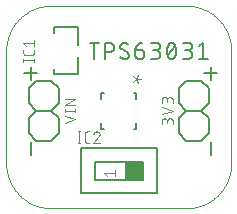
<source format=gto>
G04 EAGLE Gerber X2 export*
%TF.Part,Single*%
%TF.FileFunction,Other,Silk top*%
%TF.FilePolarity,Positive*%
%TF.GenerationSoftware,Autodesk,EAGLE,9.0.0*%
%TF.CreationDate,2018-05-03T06:21:48Z*%
G75*
%MOMM*%
%FSLAX35Y35*%
%LPD*%
%AMOC8*
5,1,8,0,0,1.08239X$1,22.5*%
G01*
%ADD10C,0.127000*%
%ADD11C,0.100000*%
%ADD12C,0.152400*%
%ADD13C,0.076200*%
%ADD14C,0.050800*%
%ADD15R,1.524000X1.524000*%


D10*
X1314500Y1836350D02*
X1314500Y1973650D01*
X1276362Y1973650D02*
X1352639Y1973650D01*
X1408920Y1973650D02*
X1408920Y1836350D01*
X1408920Y1973650D02*
X1447058Y1973650D01*
X1447987Y1973639D01*
X1448915Y1973605D01*
X1449842Y1973548D01*
X1450767Y1973469D01*
X1451691Y1973368D01*
X1452611Y1973244D01*
X1453528Y1973097D01*
X1454442Y1972928D01*
X1455351Y1972738D01*
X1456255Y1972525D01*
X1457153Y1972290D01*
X1458046Y1972033D01*
X1458932Y1971755D01*
X1459811Y1971455D01*
X1460682Y1971133D01*
X1461546Y1970791D01*
X1462401Y1970428D01*
X1463246Y1970044D01*
X1464082Y1969639D01*
X1464908Y1969215D01*
X1465724Y1968770D01*
X1466528Y1968306D01*
X1467321Y1967822D01*
X1468102Y1967319D01*
X1468870Y1966797D01*
X1469626Y1966257D01*
X1470368Y1965698D01*
X1471096Y1965121D01*
X1471810Y1964527D01*
X1472509Y1963916D01*
X1473193Y1963288D01*
X1473862Y1962643D01*
X1474514Y1961982D01*
X1475151Y1961306D01*
X1475771Y1960614D01*
X1476373Y1959907D01*
X1476959Y1959186D01*
X1477526Y1958451D01*
X1478076Y1957703D01*
X1478607Y1956941D01*
X1479120Y1956166D01*
X1479613Y1955379D01*
X1480087Y1954581D01*
X1480542Y1953771D01*
X1480977Y1952950D01*
X1481391Y1952119D01*
X1481785Y1951278D01*
X1482159Y1950427D01*
X1482512Y1949568D01*
X1482844Y1948701D01*
X1483154Y1947825D01*
X1483443Y1946943D01*
X1483711Y1946053D01*
X1483957Y1945158D01*
X1484181Y1944256D01*
X1484383Y1943350D01*
X1484563Y1942438D01*
X1484720Y1941523D01*
X1484855Y1940604D01*
X1484968Y1939682D01*
X1485059Y1938758D01*
X1485126Y1937832D01*
X1485172Y1936904D01*
X1485194Y1935975D01*
X1485194Y1935047D01*
X1485172Y1934118D01*
X1485126Y1933190D01*
X1485059Y1932264D01*
X1484968Y1931340D01*
X1484855Y1930418D01*
X1484720Y1929499D01*
X1484563Y1928584D01*
X1484383Y1927672D01*
X1484181Y1926766D01*
X1483957Y1925864D01*
X1483711Y1924969D01*
X1483443Y1924079D01*
X1483154Y1923197D01*
X1482844Y1922321D01*
X1482512Y1921454D01*
X1482159Y1920595D01*
X1481785Y1919744D01*
X1481391Y1918903D01*
X1480977Y1918072D01*
X1480542Y1917251D01*
X1480087Y1916442D01*
X1479613Y1915643D01*
X1479120Y1914856D01*
X1478607Y1914081D01*
X1478076Y1913319D01*
X1477526Y1912571D01*
X1476959Y1911836D01*
X1476373Y1911115D01*
X1475771Y1910408D01*
X1475151Y1909716D01*
X1474514Y1909040D01*
X1473862Y1908379D01*
X1473193Y1907734D01*
X1472509Y1907106D01*
X1471810Y1906495D01*
X1471096Y1905901D01*
X1470368Y1905324D01*
X1469626Y1904765D01*
X1468870Y1904225D01*
X1468102Y1903703D01*
X1467321Y1903200D01*
X1466528Y1902716D01*
X1465724Y1902252D01*
X1464908Y1901807D01*
X1464082Y1901383D01*
X1463246Y1900978D01*
X1462401Y1900594D01*
X1461546Y1900231D01*
X1460682Y1899889D01*
X1459811Y1899567D01*
X1458932Y1899267D01*
X1458046Y1898989D01*
X1457153Y1898732D01*
X1456255Y1898497D01*
X1455351Y1898284D01*
X1454442Y1898094D01*
X1453528Y1897925D01*
X1452611Y1897778D01*
X1451691Y1897654D01*
X1450767Y1897553D01*
X1449842Y1897474D01*
X1448915Y1897417D01*
X1447987Y1897383D01*
X1447058Y1897372D01*
X1408920Y1897372D01*
X1578628Y1836350D02*
X1579377Y1836359D01*
X1580125Y1836387D01*
X1580873Y1836433D01*
X1581619Y1836497D01*
X1582363Y1836579D01*
X1583105Y1836680D01*
X1583844Y1836799D01*
X1584581Y1836936D01*
X1585313Y1837091D01*
X1586042Y1837264D01*
X1586766Y1837455D01*
X1587485Y1837664D01*
X1588199Y1837890D01*
X1588907Y1838134D01*
X1589609Y1838395D01*
X1590304Y1838673D01*
X1590993Y1838968D01*
X1591673Y1839279D01*
X1592346Y1839608D01*
X1593011Y1839953D01*
X1593667Y1840314D01*
X1594314Y1840691D01*
X1594951Y1841084D01*
X1595579Y1841492D01*
X1596197Y1841916D01*
X1596804Y1842354D01*
X1597399Y1842808D01*
X1597984Y1843276D01*
X1598557Y1843758D01*
X1599118Y1844254D01*
X1599667Y1844764D01*
X1600203Y1845287D01*
X1600726Y1845823D01*
X1601235Y1846371D01*
X1601731Y1846932D01*
X1602213Y1847505D01*
X1602681Y1848090D01*
X1603135Y1848686D01*
X1603573Y1849293D01*
X1603997Y1849910D01*
X1604405Y1850538D01*
X1604798Y1851175D01*
X1605175Y1851822D01*
X1605536Y1852478D01*
X1605881Y1853143D01*
X1606210Y1853816D01*
X1606521Y1854497D01*
X1606817Y1855185D01*
X1607095Y1855880D01*
X1607355Y1856582D01*
X1607599Y1857290D01*
X1607825Y1858004D01*
X1608034Y1858723D01*
X1608225Y1859447D01*
X1608398Y1860176D01*
X1608553Y1860909D01*
X1608690Y1861645D01*
X1608809Y1862384D01*
X1608910Y1863126D01*
X1608992Y1863870D01*
X1609056Y1864616D01*
X1609102Y1865364D01*
X1609130Y1866112D01*
X1609139Y1866861D01*
X1578628Y1836350D02*
X1577086Y1836368D01*
X1575544Y1836424D01*
X1574005Y1836516D01*
X1572468Y1836645D01*
X1570935Y1836811D01*
X1569406Y1837013D01*
X1567883Y1837252D01*
X1566365Y1837527D01*
X1564855Y1837839D01*
X1563353Y1838186D01*
X1561859Y1838569D01*
X1560375Y1838988D01*
X1558901Y1839443D01*
X1557439Y1839932D01*
X1555988Y1840457D01*
X1554551Y1841016D01*
X1553128Y1841609D01*
X1551719Y1842236D01*
X1550325Y1842896D01*
X1548948Y1843590D01*
X1547587Y1844316D01*
X1546245Y1845075D01*
X1544921Y1845866D01*
X1543616Y1846688D01*
X1542332Y1847541D01*
X1541068Y1848425D01*
X1539825Y1849338D01*
X1538605Y1850281D01*
X1537408Y1851253D01*
X1536234Y1852254D01*
X1535085Y1853282D01*
X1533960Y1854337D01*
X1532861Y1855419D01*
X1536675Y1943139D02*
X1536684Y1943876D01*
X1536711Y1944613D01*
X1536755Y1945349D01*
X1536817Y1946084D01*
X1536897Y1946817D01*
X1536995Y1947548D01*
X1537111Y1948276D01*
X1537243Y1949001D01*
X1537394Y1949723D01*
X1537562Y1950441D01*
X1537747Y1951154D01*
X1537949Y1951863D01*
X1538168Y1952567D01*
X1538405Y1953266D01*
X1538658Y1953958D01*
X1538927Y1954645D01*
X1539214Y1955324D01*
X1539516Y1955996D01*
X1539835Y1956661D01*
X1540170Y1957318D01*
X1540520Y1957967D01*
X1540886Y1958607D01*
X1541268Y1959238D01*
X1541664Y1959859D01*
X1542076Y1960471D01*
X1542502Y1961073D01*
X1542943Y1961664D01*
X1543397Y1962245D01*
X1543866Y1962814D01*
X1544348Y1963372D01*
X1544844Y1963917D01*
X1545352Y1964451D01*
X1545874Y1964973D01*
X1546408Y1965481D01*
X1546953Y1965977D01*
X1547511Y1966459D01*
X1548080Y1966928D01*
X1548661Y1967382D01*
X1549252Y1967823D01*
X1549854Y1968249D01*
X1550466Y1968661D01*
X1551087Y1969057D01*
X1551718Y1969439D01*
X1552358Y1969805D01*
X1553007Y1970155D01*
X1553664Y1970490D01*
X1554329Y1970809D01*
X1555001Y1971111D01*
X1555680Y1971398D01*
X1556367Y1971667D01*
X1557059Y1971920D01*
X1557758Y1972157D01*
X1558462Y1972376D01*
X1559171Y1972578D01*
X1559884Y1972763D01*
X1560602Y1972931D01*
X1561324Y1973082D01*
X1562049Y1973214D01*
X1562777Y1973330D01*
X1563508Y1973428D01*
X1564241Y1973508D01*
X1564976Y1973570D01*
X1565712Y1973614D01*
X1566449Y1973641D01*
X1567186Y1973650D01*
X1567186Y1973651D02*
X1568549Y1973635D01*
X1569912Y1973586D01*
X1571273Y1973505D01*
X1572632Y1973391D01*
X1573987Y1973245D01*
X1575339Y1973067D01*
X1576686Y1972857D01*
X1578028Y1972614D01*
X1579363Y1972340D01*
X1580692Y1972034D01*
X1582013Y1971696D01*
X1583326Y1971327D01*
X1584629Y1970927D01*
X1585923Y1970496D01*
X1587205Y1970034D01*
X1588477Y1969542D01*
X1589736Y1969019D01*
X1590983Y1968467D01*
X1592216Y1967885D01*
X1593435Y1967274D01*
X1594639Y1966634D01*
X1595827Y1965965D01*
X1596999Y1965269D01*
X1598154Y1964544D01*
X1599292Y1963793D01*
X1600411Y1963014D01*
X1601511Y1962209D01*
X1551930Y1916442D02*
X1551290Y1916829D01*
X1550660Y1917232D01*
X1550040Y1917650D01*
X1549429Y1918083D01*
X1548830Y1918531D01*
X1548241Y1918993D01*
X1547664Y1919469D01*
X1547098Y1919958D01*
X1546544Y1920462D01*
X1546003Y1920978D01*
X1545474Y1921508D01*
X1544958Y1922050D01*
X1544456Y1922604D01*
X1543967Y1923170D01*
X1543492Y1923748D01*
X1543031Y1924337D01*
X1542584Y1924938D01*
X1542152Y1925549D01*
X1541734Y1926170D01*
X1541332Y1926801D01*
X1540945Y1927441D01*
X1540574Y1928091D01*
X1540219Y1928749D01*
X1539879Y1929416D01*
X1539556Y1930091D01*
X1539249Y1930773D01*
X1538959Y1931463D01*
X1538685Y1932159D01*
X1538429Y1932862D01*
X1538189Y1933571D01*
X1537967Y1934285D01*
X1537762Y1935005D01*
X1537574Y1935729D01*
X1537404Y1936458D01*
X1537251Y1937190D01*
X1537117Y1937926D01*
X1537000Y1938665D01*
X1536901Y1939407D01*
X1536819Y1940151D01*
X1536756Y1940896D01*
X1536711Y1941643D01*
X1536684Y1942391D01*
X1536675Y1943139D01*
X1593884Y1893558D02*
X1594524Y1893171D01*
X1595154Y1892768D01*
X1595774Y1892350D01*
X1596385Y1891917D01*
X1596984Y1891469D01*
X1597573Y1891007D01*
X1598150Y1890531D01*
X1598716Y1890042D01*
X1599270Y1889538D01*
X1599811Y1889022D01*
X1600340Y1888492D01*
X1600856Y1887950D01*
X1601358Y1887396D01*
X1601847Y1886830D01*
X1602322Y1886252D01*
X1602783Y1885663D01*
X1603230Y1885062D01*
X1603662Y1884451D01*
X1604080Y1883830D01*
X1604482Y1883199D01*
X1604869Y1882559D01*
X1605240Y1881909D01*
X1605595Y1881251D01*
X1605935Y1880584D01*
X1606258Y1879909D01*
X1606565Y1879227D01*
X1606855Y1878537D01*
X1607129Y1877841D01*
X1607385Y1877138D01*
X1607625Y1876429D01*
X1607847Y1875715D01*
X1608052Y1874995D01*
X1608240Y1874271D01*
X1608410Y1873542D01*
X1608563Y1872810D01*
X1608697Y1872074D01*
X1608814Y1871335D01*
X1608913Y1870593D01*
X1608995Y1869849D01*
X1609058Y1869104D01*
X1609103Y1868357D01*
X1609130Y1867609D01*
X1609139Y1866861D01*
X1593883Y1893558D02*
X1551931Y1916442D01*
X1663361Y1912628D02*
X1709128Y1912628D01*
X1709865Y1912619D01*
X1710602Y1912592D01*
X1711338Y1912548D01*
X1712073Y1912486D01*
X1712806Y1912406D01*
X1713537Y1912308D01*
X1714265Y1912192D01*
X1714990Y1912060D01*
X1715712Y1911909D01*
X1716430Y1911741D01*
X1717143Y1911556D01*
X1717852Y1911354D01*
X1718556Y1911135D01*
X1719255Y1910898D01*
X1719947Y1910645D01*
X1720634Y1910376D01*
X1721313Y1910089D01*
X1721985Y1909787D01*
X1722650Y1909468D01*
X1723307Y1909133D01*
X1723956Y1908783D01*
X1724596Y1908417D01*
X1725227Y1908035D01*
X1725848Y1907639D01*
X1726460Y1907227D01*
X1727062Y1906801D01*
X1727653Y1906360D01*
X1728234Y1905906D01*
X1728803Y1905437D01*
X1729361Y1904955D01*
X1729906Y1904459D01*
X1730440Y1903951D01*
X1730962Y1903429D01*
X1731470Y1902895D01*
X1731966Y1902350D01*
X1732448Y1901792D01*
X1732917Y1901223D01*
X1733371Y1900642D01*
X1733812Y1900051D01*
X1734238Y1899449D01*
X1734650Y1898837D01*
X1735046Y1898216D01*
X1735428Y1897585D01*
X1735794Y1896945D01*
X1736144Y1896296D01*
X1736479Y1895639D01*
X1736798Y1894974D01*
X1737100Y1894302D01*
X1737387Y1893623D01*
X1737656Y1892936D01*
X1737909Y1892244D01*
X1738146Y1891545D01*
X1738365Y1890841D01*
X1738567Y1890132D01*
X1738752Y1889419D01*
X1738920Y1888701D01*
X1739071Y1887979D01*
X1739203Y1887254D01*
X1739319Y1886526D01*
X1739417Y1885795D01*
X1739497Y1885062D01*
X1739559Y1884327D01*
X1739603Y1883591D01*
X1739630Y1882854D01*
X1739639Y1882117D01*
X1739639Y1874489D01*
X1739628Y1873560D01*
X1739594Y1872632D01*
X1739537Y1871705D01*
X1739458Y1870780D01*
X1739357Y1869856D01*
X1739233Y1868936D01*
X1739086Y1868019D01*
X1738917Y1867105D01*
X1738727Y1866196D01*
X1738514Y1865292D01*
X1738279Y1864394D01*
X1738022Y1863501D01*
X1737744Y1862615D01*
X1737444Y1861736D01*
X1737122Y1860865D01*
X1736780Y1860001D01*
X1736417Y1859146D01*
X1736033Y1858301D01*
X1735628Y1857465D01*
X1735204Y1856639D01*
X1734759Y1855823D01*
X1734295Y1855019D01*
X1733811Y1854226D01*
X1733308Y1853445D01*
X1732786Y1852677D01*
X1732246Y1851921D01*
X1731687Y1851179D01*
X1731110Y1850451D01*
X1730516Y1849737D01*
X1729905Y1849038D01*
X1729277Y1848354D01*
X1728632Y1847685D01*
X1727971Y1847033D01*
X1727295Y1846396D01*
X1726603Y1845776D01*
X1725896Y1845174D01*
X1725175Y1844588D01*
X1724440Y1844021D01*
X1723692Y1843471D01*
X1722930Y1842940D01*
X1722155Y1842427D01*
X1721368Y1841934D01*
X1720570Y1841460D01*
X1719760Y1841005D01*
X1718939Y1840570D01*
X1718108Y1840156D01*
X1717267Y1839762D01*
X1716416Y1839388D01*
X1715557Y1839035D01*
X1714690Y1838703D01*
X1713814Y1838393D01*
X1712932Y1838104D01*
X1712042Y1837836D01*
X1711147Y1837590D01*
X1710245Y1837366D01*
X1709339Y1837164D01*
X1708427Y1836984D01*
X1707512Y1836827D01*
X1706593Y1836692D01*
X1705671Y1836579D01*
X1704747Y1836488D01*
X1703821Y1836421D01*
X1702893Y1836375D01*
X1701964Y1836353D01*
X1701036Y1836353D01*
X1700107Y1836375D01*
X1699179Y1836421D01*
X1698253Y1836488D01*
X1697329Y1836579D01*
X1696407Y1836692D01*
X1695488Y1836827D01*
X1694573Y1836984D01*
X1693661Y1837164D01*
X1692755Y1837366D01*
X1691853Y1837590D01*
X1690958Y1837836D01*
X1690068Y1838104D01*
X1689186Y1838393D01*
X1688310Y1838703D01*
X1687443Y1839035D01*
X1686584Y1839388D01*
X1685733Y1839762D01*
X1684892Y1840156D01*
X1684061Y1840570D01*
X1683240Y1841005D01*
X1682431Y1841460D01*
X1681632Y1841934D01*
X1680845Y1842427D01*
X1680070Y1842940D01*
X1679308Y1843471D01*
X1678560Y1844021D01*
X1677825Y1844588D01*
X1677104Y1845174D01*
X1676397Y1845776D01*
X1675705Y1846396D01*
X1675029Y1847033D01*
X1674368Y1847685D01*
X1673723Y1848354D01*
X1673095Y1849038D01*
X1672484Y1849737D01*
X1671890Y1850451D01*
X1671313Y1851179D01*
X1670754Y1851921D01*
X1670214Y1852677D01*
X1669692Y1853445D01*
X1669189Y1854226D01*
X1668705Y1855019D01*
X1668241Y1855823D01*
X1667796Y1856639D01*
X1667372Y1857465D01*
X1666967Y1858301D01*
X1666583Y1859146D01*
X1666220Y1860001D01*
X1665878Y1860865D01*
X1665556Y1861736D01*
X1665256Y1862615D01*
X1664978Y1863501D01*
X1664721Y1864394D01*
X1664486Y1865292D01*
X1664273Y1866196D01*
X1664083Y1867105D01*
X1663914Y1868019D01*
X1663767Y1868936D01*
X1663643Y1869856D01*
X1663542Y1870780D01*
X1663463Y1871705D01*
X1663406Y1872632D01*
X1663372Y1873560D01*
X1663361Y1874489D01*
X1663361Y1912628D01*
X1663379Y1914126D01*
X1663435Y1915622D01*
X1663526Y1917117D01*
X1663655Y1918609D01*
X1663820Y1920098D01*
X1664021Y1921582D01*
X1664259Y1923061D01*
X1664534Y1924533D01*
X1664844Y1925998D01*
X1665190Y1927455D01*
X1665571Y1928904D01*
X1665989Y1930342D01*
X1666441Y1931770D01*
X1666928Y1933186D01*
X1667450Y1934590D01*
X1668006Y1935980D01*
X1668596Y1937357D01*
X1669220Y1938719D01*
X1669877Y1940065D01*
X1670566Y1941394D01*
X1671289Y1942706D01*
X1672043Y1944000D01*
X1672828Y1945275D01*
X1673645Y1946530D01*
X1674492Y1947765D01*
X1675370Y1948979D01*
X1676277Y1950171D01*
X1677212Y1951340D01*
X1678177Y1952486D01*
X1679169Y1953608D01*
X1680188Y1954706D01*
X1681234Y1955778D01*
X1682306Y1956824D01*
X1683403Y1957843D01*
X1684525Y1958835D01*
X1685671Y1959799D01*
X1686841Y1960735D01*
X1688032Y1961642D01*
X1689246Y1962519D01*
X1690481Y1963367D01*
X1691737Y1964183D01*
X1693012Y1964969D01*
X1694306Y1965723D01*
X1695618Y1966445D01*
X1696947Y1967135D01*
X1698293Y1967792D01*
X1699655Y1968416D01*
X1701031Y1969006D01*
X1702422Y1969562D01*
X1703826Y1970084D01*
X1705242Y1970571D01*
X1706670Y1971023D01*
X1708108Y1971440D01*
X1709556Y1971822D01*
X1711014Y1972168D01*
X1712479Y1972478D01*
X1713951Y1972753D01*
X1715430Y1972990D01*
X1716914Y1973192D01*
X1718402Y1973357D01*
X1719895Y1973486D01*
X1721389Y1973577D01*
X1722886Y1973633D01*
X1724384Y1973651D01*
X1798361Y1836350D02*
X1836500Y1836350D01*
X1837429Y1836361D01*
X1838357Y1836395D01*
X1839284Y1836452D01*
X1840209Y1836531D01*
X1841133Y1836632D01*
X1842053Y1836756D01*
X1842970Y1836903D01*
X1843884Y1837072D01*
X1844793Y1837262D01*
X1845697Y1837475D01*
X1846595Y1837710D01*
X1847488Y1837967D01*
X1848374Y1838245D01*
X1849253Y1838545D01*
X1850124Y1838867D01*
X1850988Y1839209D01*
X1851843Y1839572D01*
X1852688Y1839956D01*
X1853524Y1840361D01*
X1854350Y1840785D01*
X1855166Y1841230D01*
X1855970Y1841694D01*
X1856763Y1842178D01*
X1857544Y1842681D01*
X1858312Y1843203D01*
X1859068Y1843743D01*
X1859810Y1844302D01*
X1860538Y1844879D01*
X1861252Y1845473D01*
X1861951Y1846084D01*
X1862635Y1846712D01*
X1863304Y1847357D01*
X1863956Y1848018D01*
X1864593Y1848694D01*
X1865213Y1849386D01*
X1865815Y1850093D01*
X1866401Y1850814D01*
X1866968Y1851549D01*
X1867518Y1852297D01*
X1868049Y1853059D01*
X1868562Y1853834D01*
X1869055Y1854621D01*
X1869529Y1855420D01*
X1869984Y1856229D01*
X1870419Y1857050D01*
X1870833Y1857881D01*
X1871227Y1858722D01*
X1871601Y1859573D01*
X1871954Y1860432D01*
X1872286Y1861299D01*
X1872596Y1862175D01*
X1872885Y1863057D01*
X1873153Y1863947D01*
X1873399Y1864842D01*
X1873623Y1865744D01*
X1873825Y1866650D01*
X1874005Y1867562D01*
X1874162Y1868477D01*
X1874297Y1869396D01*
X1874410Y1870318D01*
X1874501Y1871242D01*
X1874568Y1872168D01*
X1874614Y1873096D01*
X1874636Y1874025D01*
X1874636Y1874953D01*
X1874614Y1875882D01*
X1874568Y1876810D01*
X1874501Y1877736D01*
X1874410Y1878660D01*
X1874297Y1879582D01*
X1874162Y1880501D01*
X1874005Y1881416D01*
X1873825Y1882328D01*
X1873623Y1883234D01*
X1873399Y1884136D01*
X1873153Y1885031D01*
X1872885Y1885921D01*
X1872596Y1886803D01*
X1872286Y1887679D01*
X1871954Y1888546D01*
X1871601Y1889405D01*
X1871227Y1890256D01*
X1870833Y1891097D01*
X1870419Y1891928D01*
X1869984Y1892749D01*
X1869529Y1893559D01*
X1869055Y1894357D01*
X1868562Y1895144D01*
X1868049Y1895919D01*
X1867518Y1896681D01*
X1866968Y1897429D01*
X1866401Y1898164D01*
X1865815Y1898885D01*
X1865213Y1899592D01*
X1864593Y1900284D01*
X1863956Y1900960D01*
X1863304Y1901621D01*
X1862635Y1902266D01*
X1861951Y1902894D01*
X1861252Y1903505D01*
X1860538Y1904099D01*
X1859810Y1904676D01*
X1859068Y1905235D01*
X1858312Y1905775D01*
X1857544Y1906297D01*
X1856763Y1906800D01*
X1855970Y1907284D01*
X1855166Y1907748D01*
X1854350Y1908193D01*
X1853524Y1908617D01*
X1852688Y1909022D01*
X1851843Y1909406D01*
X1850988Y1909769D01*
X1850124Y1910111D01*
X1849253Y1910433D01*
X1848374Y1910733D01*
X1847488Y1911011D01*
X1846595Y1911268D01*
X1845697Y1911503D01*
X1844793Y1911716D01*
X1843884Y1911906D01*
X1842970Y1912075D01*
X1842053Y1912222D01*
X1841133Y1912346D01*
X1840209Y1912447D01*
X1839284Y1912526D01*
X1838357Y1912583D01*
X1837429Y1912617D01*
X1836500Y1912628D01*
X1844128Y1973650D02*
X1798361Y1973650D01*
X1844128Y1973650D02*
X1844871Y1973641D01*
X1845614Y1973614D01*
X1846355Y1973569D01*
X1847095Y1973505D01*
X1847834Y1973424D01*
X1848570Y1973325D01*
X1849304Y1973208D01*
X1850035Y1973073D01*
X1850762Y1972920D01*
X1851485Y1972750D01*
X1852204Y1972562D01*
X1852918Y1972356D01*
X1853627Y1972134D01*
X1854330Y1971894D01*
X1855027Y1971637D01*
X1855718Y1971363D01*
X1856402Y1971072D01*
X1857079Y1970765D01*
X1857747Y1970442D01*
X1858408Y1970102D01*
X1859061Y1969746D01*
X1859704Y1969375D01*
X1860338Y1968988D01*
X1860963Y1968585D01*
X1861578Y1968168D01*
X1862182Y1967735D01*
X1862776Y1967288D01*
X1863358Y1966827D01*
X1863929Y1966352D01*
X1864489Y1965863D01*
X1865036Y1965360D01*
X1865571Y1964844D01*
X1866093Y1964316D01*
X1866602Y1963775D01*
X1867098Y1963221D01*
X1867580Y1962656D01*
X1868048Y1962079D01*
X1868503Y1961491D01*
X1868942Y1960892D01*
X1869367Y1960283D01*
X1869777Y1959663D01*
X1870172Y1959033D01*
X1870551Y1958395D01*
X1870915Y1957747D01*
X1871263Y1957090D01*
X1871594Y1956425D01*
X1871910Y1955752D01*
X1872209Y1955072D01*
X1872491Y1954385D01*
X1872756Y1953691D01*
X1873005Y1952990D01*
X1873236Y1952284D01*
X1873450Y1951573D01*
X1873647Y1950856D01*
X1873826Y1950135D01*
X1873988Y1949410D01*
X1874131Y1948681D01*
X1874258Y1947949D01*
X1874366Y1947214D01*
X1874456Y1946476D01*
X1874528Y1945737D01*
X1874582Y1944995D01*
X1874619Y1944253D01*
X1874637Y1943511D01*
X1874637Y1942767D01*
X1874619Y1942025D01*
X1874582Y1941283D01*
X1874528Y1940541D01*
X1874456Y1939802D01*
X1874366Y1939064D01*
X1874258Y1938329D01*
X1874131Y1937597D01*
X1873988Y1936868D01*
X1873826Y1936143D01*
X1873647Y1935422D01*
X1873450Y1934705D01*
X1873236Y1933994D01*
X1873005Y1933288D01*
X1872756Y1932587D01*
X1872491Y1931893D01*
X1872209Y1931206D01*
X1871910Y1930526D01*
X1871594Y1929853D01*
X1871263Y1929188D01*
X1870915Y1928531D01*
X1870551Y1927884D01*
X1870172Y1927245D01*
X1869777Y1926615D01*
X1869367Y1925995D01*
X1868942Y1925386D01*
X1868503Y1924787D01*
X1868048Y1924199D01*
X1867580Y1923622D01*
X1867098Y1923057D01*
X1866602Y1922503D01*
X1866093Y1921962D01*
X1865571Y1921434D01*
X1865036Y1920918D01*
X1864489Y1920415D01*
X1863929Y1919926D01*
X1863358Y1919451D01*
X1862776Y1918990D01*
X1862182Y1918543D01*
X1861578Y1918110D01*
X1860963Y1917693D01*
X1860338Y1917290D01*
X1859704Y1916903D01*
X1859061Y1916532D01*
X1858408Y1916176D01*
X1857747Y1915836D01*
X1857079Y1915513D01*
X1856402Y1915206D01*
X1855718Y1914915D01*
X1855027Y1914641D01*
X1854330Y1914384D01*
X1853627Y1914144D01*
X1852918Y1913922D01*
X1852204Y1913716D01*
X1851485Y1913528D01*
X1850762Y1913358D01*
X1850035Y1913205D01*
X1849304Y1913070D01*
X1848570Y1912953D01*
X1847834Y1912854D01*
X1847095Y1912773D01*
X1846355Y1912709D01*
X1845614Y1912664D01*
X1844871Y1912637D01*
X1844128Y1912628D01*
X1813617Y1912628D01*
X1933362Y1905000D02*
X1933394Y1907701D01*
X1933491Y1910400D01*
X1933652Y1913097D01*
X1933878Y1915788D01*
X1934167Y1918474D01*
X1934521Y1921152D01*
X1934938Y1923820D01*
X1935419Y1926478D01*
X1935964Y1929124D01*
X1936571Y1931756D01*
X1937241Y1934372D01*
X1937973Y1936972D01*
X1938768Y1939554D01*
X1939623Y1942116D01*
X1940540Y1944657D01*
X1941516Y1947175D01*
X1942553Y1949669D01*
X1943649Y1952138D01*
X1944804Y1954580D01*
X1944803Y1954581D02*
X1945033Y1955227D01*
X1945279Y1955868D01*
X1945541Y1956503D01*
X1945818Y1957131D01*
X1946110Y1957752D01*
X1946418Y1958366D01*
X1946740Y1958972D01*
X1947076Y1959570D01*
X1947428Y1960160D01*
X1947793Y1960741D01*
X1948172Y1961313D01*
X1948566Y1961876D01*
X1948973Y1962429D01*
X1949393Y1962971D01*
X1949826Y1963504D01*
X1950272Y1964026D01*
X1950731Y1964536D01*
X1951202Y1965036D01*
X1951684Y1965524D01*
X1952179Y1966000D01*
X1952685Y1966464D01*
X1953202Y1966915D01*
X1953730Y1967354D01*
X1954269Y1967779D01*
X1954818Y1968192D01*
X1955376Y1968591D01*
X1955944Y1968976D01*
X1956522Y1969347D01*
X1957108Y1969705D01*
X1957703Y1970048D01*
X1958306Y1970376D01*
X1958916Y1970689D01*
X1959534Y1970988D01*
X1960160Y1971271D01*
X1960791Y1971540D01*
X1961430Y1971792D01*
X1962074Y1972029D01*
X1962724Y1972251D01*
X1963379Y1972456D01*
X1964038Y1972646D01*
X1964703Y1972819D01*
X1965371Y1972976D01*
X1966043Y1973117D01*
X1966718Y1973242D01*
X1967396Y1973350D01*
X1968076Y1973442D01*
X1968758Y1973517D01*
X1969442Y1973575D01*
X1970128Y1973617D01*
X1970814Y1973642D01*
X1971500Y1973650D01*
X1971500Y1973651D02*
X1972186Y1973643D01*
X1972872Y1973618D01*
X1973558Y1973576D01*
X1974242Y1973518D01*
X1974924Y1973443D01*
X1975604Y1973351D01*
X1976282Y1973243D01*
X1976957Y1973118D01*
X1977629Y1972977D01*
X1978297Y1972820D01*
X1978962Y1972647D01*
X1979621Y1972457D01*
X1980276Y1972252D01*
X1980926Y1972030D01*
X1981570Y1971793D01*
X1982209Y1971540D01*
X1982841Y1971272D01*
X1983466Y1970989D01*
X1984084Y1970690D01*
X1984695Y1970377D01*
X1985298Y1970048D01*
X1985892Y1969706D01*
X1986478Y1969348D01*
X1987056Y1968977D01*
X1987624Y1968592D01*
X1988183Y1968193D01*
X1988731Y1967780D01*
X1989270Y1967354D01*
X1989798Y1966916D01*
X1990315Y1966464D01*
X1990821Y1966001D01*
X1991316Y1965525D01*
X1991799Y1965037D01*
X1992270Y1964537D01*
X1992728Y1964026D01*
X1993174Y1963505D01*
X1993608Y1962972D01*
X1994028Y1962429D01*
X1994435Y1961876D01*
X1994828Y1961314D01*
X1995207Y1960742D01*
X1995573Y1960160D01*
X1995924Y1959571D01*
X1996261Y1958972D01*
X1996583Y1958366D01*
X1996890Y1957752D01*
X1997182Y1957131D01*
X1997459Y1956503D01*
X1997721Y1955868D01*
X1997967Y1955228D01*
X1998198Y1954581D01*
X1998197Y1954580D02*
X1999352Y1952139D01*
X2000448Y1949670D01*
X2001485Y1947175D01*
X2002461Y1944657D01*
X2003378Y1942116D01*
X2004233Y1939554D01*
X2005028Y1936973D01*
X2005760Y1934373D01*
X2006430Y1931756D01*
X2007037Y1929124D01*
X2007582Y1926478D01*
X2008063Y1923820D01*
X2008480Y1921152D01*
X2008834Y1918474D01*
X2009123Y1915788D01*
X2009349Y1913097D01*
X2009510Y1910400D01*
X2009607Y1907701D01*
X2009639Y1905000D01*
X1933361Y1905000D02*
X1933393Y1902299D01*
X1933490Y1899600D01*
X1933651Y1896903D01*
X1933877Y1894212D01*
X1934166Y1891526D01*
X1934520Y1888848D01*
X1934937Y1886180D01*
X1935418Y1883522D01*
X1935963Y1880876D01*
X1936570Y1878244D01*
X1937240Y1875627D01*
X1937972Y1873027D01*
X1938767Y1870445D01*
X1939622Y1867883D01*
X1940539Y1865343D01*
X1941515Y1862824D01*
X1942552Y1860330D01*
X1943648Y1857861D01*
X1944803Y1855419D01*
X1945033Y1854773D01*
X1945279Y1854132D01*
X1945541Y1853497D01*
X1945818Y1852869D01*
X1946110Y1852248D01*
X1946418Y1851634D01*
X1946740Y1851028D01*
X1947077Y1850430D01*
X1947428Y1849840D01*
X1947793Y1849259D01*
X1948173Y1848687D01*
X1948566Y1848124D01*
X1948973Y1847571D01*
X1949393Y1847028D01*
X1949826Y1846496D01*
X1950272Y1845974D01*
X1950731Y1845463D01*
X1951202Y1844964D01*
X1951685Y1844476D01*
X1952179Y1844000D01*
X1952685Y1843536D01*
X1953203Y1843085D01*
X1953731Y1842646D01*
X1954269Y1842221D01*
X1954818Y1841808D01*
X1955376Y1841409D01*
X1955945Y1841024D01*
X1956522Y1840652D01*
X1957108Y1840295D01*
X1957703Y1839952D01*
X1958306Y1839624D01*
X1958916Y1839311D01*
X1959534Y1839012D01*
X1960160Y1838729D01*
X1960792Y1838460D01*
X1961430Y1838208D01*
X1962074Y1837971D01*
X1962724Y1837749D01*
X1963379Y1837544D01*
X1964039Y1837354D01*
X1964703Y1837181D01*
X1965371Y1837024D01*
X1966043Y1836883D01*
X1966718Y1836758D01*
X1967396Y1836650D01*
X1968076Y1836558D01*
X1968758Y1836483D01*
X1969442Y1836425D01*
X1970128Y1836383D01*
X1970814Y1836358D01*
X1971500Y1836350D01*
X1998197Y1855419D02*
X1999352Y1857861D01*
X2000448Y1860330D01*
X2001485Y1862824D01*
X2002461Y1865343D01*
X2003378Y1867884D01*
X2004234Y1870446D01*
X2005028Y1873027D01*
X2005760Y1875627D01*
X2006430Y1878244D01*
X2007037Y1880876D01*
X2007582Y1883522D01*
X2008063Y1886180D01*
X2008480Y1888848D01*
X2008834Y1891526D01*
X2009124Y1894212D01*
X2009349Y1896903D01*
X2009510Y1899600D01*
X2009607Y1902299D01*
X2009639Y1905000D01*
X1998197Y1855420D02*
X1997967Y1854773D01*
X1997721Y1854132D01*
X1997459Y1853498D01*
X1997182Y1852870D01*
X1996890Y1852248D01*
X1996583Y1851635D01*
X1996260Y1851028D01*
X1995924Y1850430D01*
X1995573Y1849840D01*
X1995207Y1849259D01*
X1994828Y1848687D01*
X1994434Y1848125D01*
X1994028Y1847572D01*
X1993607Y1847029D01*
X1993174Y1846496D01*
X1992728Y1845974D01*
X1992269Y1845464D01*
X1991799Y1844964D01*
X1991316Y1844476D01*
X1990821Y1844000D01*
X1990315Y1843536D01*
X1989798Y1843085D01*
X1989270Y1842646D01*
X1988731Y1842221D01*
X1988182Y1841808D01*
X1987624Y1841409D01*
X1987056Y1841024D01*
X1986478Y1840653D01*
X1985892Y1840295D01*
X1985297Y1839953D01*
X1984695Y1839624D01*
X1984084Y1839311D01*
X1983466Y1839012D01*
X1982841Y1838729D01*
X1982209Y1838460D01*
X1981570Y1838208D01*
X1980926Y1837971D01*
X1980276Y1837749D01*
X1979621Y1837544D01*
X1978962Y1837354D01*
X1978297Y1837181D01*
X1977629Y1837024D01*
X1976957Y1836883D01*
X1976282Y1836758D01*
X1975604Y1836650D01*
X1974924Y1836558D01*
X1974242Y1836483D01*
X1973558Y1836425D01*
X1972872Y1836383D01*
X1972186Y1836358D01*
X1971500Y1836350D01*
X1940989Y1866861D02*
X2002011Y1943139D01*
X2068361Y1836350D02*
X2106500Y1836350D01*
X2107429Y1836361D01*
X2108357Y1836395D01*
X2109284Y1836452D01*
X2110209Y1836531D01*
X2111133Y1836632D01*
X2112053Y1836756D01*
X2112970Y1836903D01*
X2113884Y1837072D01*
X2114793Y1837262D01*
X2115697Y1837475D01*
X2116595Y1837710D01*
X2117488Y1837967D01*
X2118374Y1838245D01*
X2119253Y1838545D01*
X2120124Y1838867D01*
X2120988Y1839209D01*
X2121843Y1839572D01*
X2122688Y1839956D01*
X2123524Y1840361D01*
X2124350Y1840785D01*
X2125166Y1841230D01*
X2125970Y1841694D01*
X2126763Y1842178D01*
X2127544Y1842681D01*
X2128312Y1843203D01*
X2129068Y1843743D01*
X2129810Y1844302D01*
X2130538Y1844879D01*
X2131252Y1845473D01*
X2131951Y1846084D01*
X2132635Y1846712D01*
X2133304Y1847357D01*
X2133956Y1848018D01*
X2134593Y1848694D01*
X2135213Y1849386D01*
X2135815Y1850093D01*
X2136401Y1850814D01*
X2136968Y1851549D01*
X2137518Y1852297D01*
X2138049Y1853059D01*
X2138562Y1853834D01*
X2139055Y1854621D01*
X2139529Y1855420D01*
X2139984Y1856229D01*
X2140419Y1857050D01*
X2140833Y1857881D01*
X2141227Y1858722D01*
X2141601Y1859573D01*
X2141954Y1860432D01*
X2142286Y1861299D01*
X2142596Y1862175D01*
X2142885Y1863057D01*
X2143153Y1863947D01*
X2143399Y1864842D01*
X2143623Y1865744D01*
X2143825Y1866650D01*
X2144005Y1867562D01*
X2144162Y1868477D01*
X2144297Y1869396D01*
X2144410Y1870318D01*
X2144501Y1871242D01*
X2144568Y1872168D01*
X2144614Y1873096D01*
X2144636Y1874025D01*
X2144636Y1874953D01*
X2144614Y1875882D01*
X2144568Y1876810D01*
X2144501Y1877736D01*
X2144410Y1878660D01*
X2144297Y1879582D01*
X2144162Y1880501D01*
X2144005Y1881416D01*
X2143825Y1882328D01*
X2143623Y1883234D01*
X2143399Y1884136D01*
X2143153Y1885031D01*
X2142885Y1885921D01*
X2142596Y1886803D01*
X2142286Y1887679D01*
X2141954Y1888546D01*
X2141601Y1889405D01*
X2141227Y1890256D01*
X2140833Y1891097D01*
X2140419Y1891928D01*
X2139984Y1892749D01*
X2139529Y1893559D01*
X2139055Y1894357D01*
X2138562Y1895144D01*
X2138049Y1895919D01*
X2137518Y1896681D01*
X2136968Y1897429D01*
X2136401Y1898164D01*
X2135815Y1898885D01*
X2135213Y1899592D01*
X2134593Y1900284D01*
X2133956Y1900960D01*
X2133304Y1901621D01*
X2132635Y1902266D01*
X2131951Y1902894D01*
X2131252Y1903505D01*
X2130538Y1904099D01*
X2129810Y1904676D01*
X2129068Y1905235D01*
X2128312Y1905775D01*
X2127544Y1906297D01*
X2126763Y1906800D01*
X2125970Y1907284D01*
X2125166Y1907748D01*
X2124350Y1908193D01*
X2123524Y1908617D01*
X2122688Y1909022D01*
X2121843Y1909406D01*
X2120988Y1909769D01*
X2120124Y1910111D01*
X2119253Y1910433D01*
X2118374Y1910733D01*
X2117488Y1911011D01*
X2116595Y1911268D01*
X2115697Y1911503D01*
X2114793Y1911716D01*
X2113884Y1911906D01*
X2112970Y1912075D01*
X2112053Y1912222D01*
X2111133Y1912346D01*
X2110209Y1912447D01*
X2109284Y1912526D01*
X2108357Y1912583D01*
X2107429Y1912617D01*
X2106500Y1912628D01*
X2114128Y1973650D02*
X2068361Y1973650D01*
X2114128Y1973650D02*
X2114871Y1973641D01*
X2115614Y1973614D01*
X2116355Y1973569D01*
X2117095Y1973505D01*
X2117834Y1973424D01*
X2118570Y1973325D01*
X2119304Y1973208D01*
X2120035Y1973073D01*
X2120762Y1972920D01*
X2121485Y1972750D01*
X2122204Y1972562D01*
X2122918Y1972356D01*
X2123627Y1972134D01*
X2124330Y1971894D01*
X2125027Y1971637D01*
X2125718Y1971363D01*
X2126402Y1971072D01*
X2127079Y1970765D01*
X2127747Y1970442D01*
X2128408Y1970102D01*
X2129061Y1969746D01*
X2129704Y1969375D01*
X2130338Y1968988D01*
X2130963Y1968585D01*
X2131578Y1968168D01*
X2132182Y1967735D01*
X2132776Y1967288D01*
X2133358Y1966827D01*
X2133929Y1966352D01*
X2134489Y1965863D01*
X2135036Y1965360D01*
X2135571Y1964844D01*
X2136093Y1964316D01*
X2136602Y1963775D01*
X2137098Y1963221D01*
X2137580Y1962656D01*
X2138048Y1962079D01*
X2138503Y1961491D01*
X2138942Y1960892D01*
X2139367Y1960283D01*
X2139777Y1959663D01*
X2140172Y1959033D01*
X2140551Y1958395D01*
X2140915Y1957747D01*
X2141263Y1957090D01*
X2141594Y1956425D01*
X2141910Y1955752D01*
X2142209Y1955072D01*
X2142491Y1954385D01*
X2142756Y1953691D01*
X2143005Y1952990D01*
X2143236Y1952284D01*
X2143450Y1951573D01*
X2143647Y1950856D01*
X2143826Y1950135D01*
X2143988Y1949410D01*
X2144131Y1948681D01*
X2144258Y1947949D01*
X2144366Y1947214D01*
X2144456Y1946476D01*
X2144528Y1945737D01*
X2144582Y1944995D01*
X2144619Y1944253D01*
X2144637Y1943511D01*
X2144637Y1942767D01*
X2144619Y1942025D01*
X2144582Y1941283D01*
X2144528Y1940541D01*
X2144456Y1939802D01*
X2144366Y1939064D01*
X2144258Y1938329D01*
X2144131Y1937597D01*
X2143988Y1936868D01*
X2143826Y1936143D01*
X2143647Y1935422D01*
X2143450Y1934705D01*
X2143236Y1933994D01*
X2143005Y1933288D01*
X2142756Y1932587D01*
X2142491Y1931893D01*
X2142209Y1931206D01*
X2141910Y1930526D01*
X2141594Y1929853D01*
X2141263Y1929188D01*
X2140915Y1928531D01*
X2140551Y1927884D01*
X2140172Y1927245D01*
X2139777Y1926615D01*
X2139367Y1925995D01*
X2138942Y1925386D01*
X2138503Y1924787D01*
X2138048Y1924199D01*
X2137580Y1923622D01*
X2137098Y1923057D01*
X2136602Y1922503D01*
X2136093Y1921962D01*
X2135571Y1921434D01*
X2135036Y1920918D01*
X2134489Y1920415D01*
X2133929Y1919926D01*
X2133358Y1919451D01*
X2132776Y1918990D01*
X2132182Y1918543D01*
X2131578Y1918110D01*
X2130963Y1917693D01*
X2130338Y1917290D01*
X2129704Y1916903D01*
X2129061Y1916532D01*
X2128408Y1916176D01*
X2127747Y1915836D01*
X2127079Y1915513D01*
X2126402Y1915206D01*
X2125718Y1914915D01*
X2125027Y1914641D01*
X2124330Y1914384D01*
X2123627Y1914144D01*
X2122918Y1913922D01*
X2122204Y1913716D01*
X2121485Y1913528D01*
X2120762Y1913358D01*
X2120035Y1913205D01*
X2119304Y1913070D01*
X2118570Y1912953D01*
X2117834Y1912854D01*
X2117095Y1912773D01*
X2116355Y1912709D01*
X2115614Y1912664D01*
X2114871Y1912637D01*
X2114128Y1912628D01*
X2083617Y1912628D01*
X2203361Y1943139D02*
X2241500Y1973650D01*
X2241500Y1836350D01*
X2203361Y1836350D02*
X2279639Y1836350D01*
D11*
X2095500Y2286000D02*
X952500Y2286000D01*
X2476500Y1905000D02*
X2476500Y952500D01*
X2095500Y571500D02*
X952500Y571500D01*
X571500Y952500D02*
X571500Y1905000D01*
X571611Y1914206D01*
X571945Y1923407D01*
X572501Y1932598D01*
X573279Y1941772D01*
X574278Y1950924D01*
X575498Y1960050D01*
X576938Y1969144D01*
X578598Y1978200D01*
X580476Y1987214D01*
X582571Y1996179D01*
X584882Y2005092D01*
X587408Y2013945D01*
X590147Y2022735D01*
X593098Y2031457D01*
X596259Y2040104D01*
X599627Y2048673D01*
X603202Y2057158D01*
X606981Y2065554D01*
X610961Y2073856D01*
X615141Y2082060D01*
X619518Y2090160D01*
X624090Y2098152D01*
X628853Y2106031D01*
X633805Y2113793D01*
X638943Y2121433D01*
X644265Y2128946D01*
X649766Y2136329D01*
X655444Y2143577D01*
X661296Y2150685D01*
X667317Y2157650D01*
X673506Y2164467D01*
X679857Y2171133D01*
X686367Y2177643D01*
X693033Y2183994D01*
X699850Y2190183D01*
X706815Y2196204D01*
X713923Y2202056D01*
X721171Y2207734D01*
X728554Y2213235D01*
X736067Y2218557D01*
X743707Y2223695D01*
X751469Y2228647D01*
X759348Y2233410D01*
X767340Y2237982D01*
X775440Y2242359D01*
X783644Y2246539D01*
X791946Y2250519D01*
X800342Y2254298D01*
X808827Y2257873D01*
X817396Y2261241D01*
X826043Y2264402D01*
X834765Y2267353D01*
X843555Y2270092D01*
X852408Y2272618D01*
X861321Y2274929D01*
X870286Y2277024D01*
X879300Y2278902D01*
X888356Y2280562D01*
X897450Y2282002D01*
X906576Y2283222D01*
X915728Y2284221D01*
X924902Y2284999D01*
X934093Y2285555D01*
X943294Y2285889D01*
X952500Y2286000D01*
X2095500Y2286000D02*
X2104706Y2285889D01*
X2113907Y2285555D01*
X2123098Y2284999D01*
X2132272Y2284221D01*
X2141424Y2283222D01*
X2150550Y2282002D01*
X2159644Y2280562D01*
X2168700Y2278902D01*
X2177714Y2277024D01*
X2186679Y2274929D01*
X2195592Y2272618D01*
X2204445Y2270092D01*
X2213235Y2267353D01*
X2221957Y2264402D01*
X2230604Y2261241D01*
X2239173Y2257873D01*
X2247658Y2254298D01*
X2256054Y2250519D01*
X2264356Y2246539D01*
X2272560Y2242359D01*
X2280660Y2237982D01*
X2288652Y2233410D01*
X2296531Y2228647D01*
X2304293Y2223695D01*
X2311933Y2218557D01*
X2319446Y2213235D01*
X2326829Y2207734D01*
X2334077Y2202056D01*
X2341185Y2196204D01*
X2348150Y2190183D01*
X2354967Y2183994D01*
X2361633Y2177643D01*
X2368143Y2171133D01*
X2374494Y2164467D01*
X2380683Y2157650D01*
X2386704Y2150685D01*
X2392556Y2143577D01*
X2398234Y2136329D01*
X2403735Y2128946D01*
X2409057Y2121433D01*
X2414195Y2113793D01*
X2419147Y2106031D01*
X2423910Y2098152D01*
X2428482Y2090160D01*
X2432859Y2082060D01*
X2437039Y2073856D01*
X2441019Y2065554D01*
X2444798Y2057158D01*
X2448373Y2048673D01*
X2451741Y2040104D01*
X2454902Y2031457D01*
X2457853Y2022735D01*
X2460592Y2013945D01*
X2463118Y2005092D01*
X2465429Y1996179D01*
X2467524Y1987214D01*
X2469402Y1978200D01*
X2471062Y1969144D01*
X2472502Y1960050D01*
X2473722Y1950924D01*
X2474721Y1941772D01*
X2475499Y1932598D01*
X2476055Y1923407D01*
X2476389Y1914206D01*
X2476500Y1905000D01*
X2476500Y952500D02*
X2476389Y943294D01*
X2476055Y934093D01*
X2475499Y924902D01*
X2474721Y915728D01*
X2473722Y906576D01*
X2472502Y897450D01*
X2471062Y888356D01*
X2469402Y879300D01*
X2467524Y870286D01*
X2465429Y861321D01*
X2463118Y852408D01*
X2460592Y843555D01*
X2457853Y834765D01*
X2454902Y826043D01*
X2451741Y817396D01*
X2448373Y808827D01*
X2444798Y800342D01*
X2441019Y791946D01*
X2437039Y783644D01*
X2432859Y775440D01*
X2428482Y767340D01*
X2423910Y759348D01*
X2419147Y751469D01*
X2414195Y743707D01*
X2409057Y736067D01*
X2403735Y728554D01*
X2398234Y721171D01*
X2392556Y713923D01*
X2386704Y706815D01*
X2380683Y699850D01*
X2374494Y693033D01*
X2368143Y686367D01*
X2361633Y679857D01*
X2354967Y673506D01*
X2348150Y667317D01*
X2341185Y661296D01*
X2334077Y655444D01*
X2326829Y649766D01*
X2319446Y644265D01*
X2311933Y638943D01*
X2304293Y633805D01*
X2296531Y628853D01*
X2288652Y624090D01*
X2280660Y619518D01*
X2272560Y615141D01*
X2264356Y610961D01*
X2256054Y606981D01*
X2247658Y603202D01*
X2239173Y599627D01*
X2230604Y596259D01*
X2221957Y593098D01*
X2213235Y590147D01*
X2204445Y587408D01*
X2195592Y584882D01*
X2186679Y582571D01*
X2177714Y580476D01*
X2168700Y578598D01*
X2159644Y576938D01*
X2150550Y575498D01*
X2141424Y574278D01*
X2132272Y573279D01*
X2123098Y572501D01*
X2113907Y571945D01*
X2104706Y571611D01*
X2095500Y571500D01*
X952500Y571500D02*
X943294Y571611D01*
X934093Y571945D01*
X924902Y572501D01*
X915728Y573279D01*
X906576Y574278D01*
X897450Y575498D01*
X888356Y576938D01*
X879300Y578598D01*
X870286Y580476D01*
X861321Y582571D01*
X852408Y584882D01*
X843555Y587408D01*
X834765Y590147D01*
X826043Y593098D01*
X817396Y596259D01*
X808827Y599627D01*
X800342Y603202D01*
X791946Y606981D01*
X783644Y610961D01*
X775440Y615141D01*
X767340Y619518D01*
X759348Y624090D01*
X751469Y628853D01*
X743707Y633805D01*
X736067Y638943D01*
X728554Y644265D01*
X721171Y649766D01*
X713923Y655444D01*
X706815Y661296D01*
X699850Y667317D01*
X693033Y673506D01*
X686367Y679857D01*
X679857Y686367D01*
X673506Y693033D01*
X667317Y699850D01*
X661296Y706815D01*
X655444Y713923D01*
X649766Y721171D01*
X644265Y728554D01*
X638943Y736067D01*
X633805Y743707D01*
X628853Y751469D01*
X624090Y759348D01*
X619518Y767340D01*
X615141Y775440D01*
X610961Y783644D01*
X606981Y791946D01*
X603202Y800342D01*
X599627Y808827D01*
X596259Y817396D01*
X593098Y826043D01*
X590147Y834765D01*
X587408Y843555D01*
X584882Y852408D01*
X582571Y861321D01*
X580476Y870286D01*
X578598Y879300D01*
X576938Y888356D01*
X575498Y897450D01*
X574278Y906576D01*
X573279Y915728D01*
X572501Y924902D01*
X571945Y934093D01*
X571611Y943294D01*
X571500Y952500D01*
D12*
X780063Y1660313D02*
X780063Y1768687D01*
X834249Y1714500D02*
X725876Y1714500D01*
X780063Y1133687D02*
X780063Y1025313D01*
X2304063Y1660313D02*
X2304063Y1768687D01*
X2358249Y1714500D02*
X2249876Y1714500D01*
X2304063Y1133687D02*
X2304063Y1025313D01*
X1673860Y1498600D02*
X1673860Y1546860D01*
X1374140Y1295400D02*
X1374140Y1247140D01*
X1374140Y1498600D02*
X1374140Y1546860D01*
X1673860Y1295400D02*
X1673860Y1247140D01*
D13*
X1673295Y1666593D02*
X1713089Y1666593D01*
X1673295Y1666593D02*
X1643450Y1643380D01*
X1673295Y1666593D02*
X1643450Y1689806D01*
X1673295Y1666593D02*
X1686560Y1630116D01*
X1673295Y1666593D02*
X1686560Y1703070D01*
X1673295Y1666593D02*
X1713089Y1666593D01*
X1673295Y1666593D02*
X1643450Y1643380D01*
X1673295Y1666593D02*
X1643450Y1689806D01*
X1673295Y1666593D02*
X1686560Y1630116D01*
X1673295Y1666593D02*
X1686560Y1703070D01*
D12*
X1674000Y1547000D02*
X1649000Y1547000D01*
X1649000Y1247000D02*
X1674000Y1247000D01*
X1399000Y1547000D02*
X1374000Y1547000D01*
X1374000Y1247000D02*
X1399000Y1247000D01*
D14*
X1188590Y1222210D02*
X1188590Y1127290D01*
X1178044Y1127290D02*
X1199137Y1127290D01*
X1199137Y1222210D02*
X1178044Y1222210D01*
X1255103Y1127290D02*
X1276196Y1127290D01*
X1255103Y1127290D02*
X1254593Y1127296D01*
X1254084Y1127315D01*
X1253575Y1127345D01*
X1253067Y1127388D01*
X1252561Y1127444D01*
X1252055Y1127511D01*
X1251552Y1127591D01*
X1251050Y1127683D01*
X1250551Y1127787D01*
X1250055Y1127903D01*
X1249562Y1128031D01*
X1249072Y1128171D01*
X1248585Y1128322D01*
X1248102Y1128486D01*
X1247623Y1128661D01*
X1247149Y1128847D01*
X1246679Y1129045D01*
X1246214Y1129254D01*
X1245755Y1129475D01*
X1245301Y1129706D01*
X1244852Y1129948D01*
X1244410Y1130201D01*
X1243973Y1130465D01*
X1243544Y1130739D01*
X1243121Y1131024D01*
X1242705Y1131318D01*
X1242296Y1131623D01*
X1241895Y1131937D01*
X1241501Y1132261D01*
X1241116Y1132595D01*
X1240738Y1132937D01*
X1240369Y1133289D01*
X1240009Y1133649D01*
X1239657Y1134018D01*
X1239315Y1134396D01*
X1238981Y1134781D01*
X1238657Y1135175D01*
X1238343Y1135576D01*
X1238038Y1135985D01*
X1237744Y1136401D01*
X1237459Y1136824D01*
X1237185Y1137253D01*
X1236921Y1137690D01*
X1236668Y1138132D01*
X1236426Y1138581D01*
X1236195Y1139035D01*
X1235974Y1139494D01*
X1235765Y1139959D01*
X1235567Y1140429D01*
X1235381Y1140903D01*
X1235206Y1141382D01*
X1235042Y1141865D01*
X1234891Y1142352D01*
X1234751Y1142842D01*
X1234623Y1143335D01*
X1234507Y1143831D01*
X1234403Y1144330D01*
X1234311Y1144832D01*
X1234231Y1145335D01*
X1234164Y1145841D01*
X1234108Y1146347D01*
X1234065Y1146855D01*
X1234035Y1147364D01*
X1234016Y1147873D01*
X1234010Y1148383D01*
X1234010Y1201117D01*
X1234016Y1201635D01*
X1234035Y1202152D01*
X1234067Y1202669D01*
X1234112Y1203184D01*
X1234169Y1203699D01*
X1234238Y1204212D01*
X1234321Y1204723D01*
X1234415Y1205232D01*
X1234523Y1205738D01*
X1234642Y1206242D01*
X1234774Y1206743D01*
X1234918Y1207240D01*
X1235075Y1207733D01*
X1235243Y1208223D01*
X1235423Y1208708D01*
X1235616Y1209189D01*
X1235820Y1209665D01*
X1236035Y1210135D01*
X1236262Y1210601D01*
X1236501Y1211060D01*
X1236750Y1211514D01*
X1237011Y1211961D01*
X1237282Y1212402D01*
X1237565Y1212836D01*
X1237858Y1213262D01*
X1238161Y1213682D01*
X1238474Y1214094D01*
X1238798Y1214498D01*
X1239131Y1214894D01*
X1239474Y1215282D01*
X1239826Y1215661D01*
X1240188Y1216032D01*
X1240558Y1216393D01*
X1240938Y1216746D01*
X1241325Y1217089D01*
X1241722Y1217422D01*
X1242126Y1217745D01*
X1242538Y1218059D01*
X1242957Y1218362D01*
X1243384Y1218655D01*
X1243818Y1218937D01*
X1244259Y1219209D01*
X1244706Y1219470D01*
X1245160Y1219719D01*
X1245619Y1219958D01*
X1246084Y1220185D01*
X1246555Y1220400D01*
X1247031Y1220604D01*
X1247512Y1220797D01*
X1247997Y1220977D01*
X1248486Y1221145D01*
X1248980Y1221302D01*
X1249477Y1221446D01*
X1249978Y1221578D01*
X1250481Y1221697D01*
X1250988Y1221805D01*
X1251497Y1221899D01*
X1252008Y1221982D01*
X1252521Y1222051D01*
X1253035Y1222108D01*
X1253551Y1222153D01*
X1254068Y1222185D01*
X1254585Y1222204D01*
X1255103Y1222210D01*
X1276196Y1222210D01*
X1338227Y1222210D02*
X1338800Y1222203D01*
X1339373Y1222182D01*
X1339946Y1222148D01*
X1340517Y1222099D01*
X1341087Y1222037D01*
X1341656Y1221961D01*
X1342222Y1221871D01*
X1342786Y1221768D01*
X1343348Y1221651D01*
X1343906Y1221520D01*
X1344461Y1221376D01*
X1345012Y1221219D01*
X1345560Y1221049D01*
X1346103Y1220865D01*
X1346642Y1220668D01*
X1347175Y1220458D01*
X1347704Y1220235D01*
X1348227Y1220000D01*
X1348744Y1219752D01*
X1349255Y1219492D01*
X1349759Y1219219D01*
X1350257Y1218935D01*
X1350748Y1218638D01*
X1351231Y1218329D01*
X1351707Y1218009D01*
X1352175Y1217678D01*
X1352635Y1217335D01*
X1353086Y1216982D01*
X1353529Y1216617D01*
X1353963Y1216242D01*
X1354388Y1215857D01*
X1354803Y1215461D01*
X1355208Y1215056D01*
X1355604Y1214641D01*
X1355989Y1214216D01*
X1356364Y1213782D01*
X1356729Y1213339D01*
X1357082Y1212888D01*
X1357425Y1212428D01*
X1357756Y1211960D01*
X1358076Y1211484D01*
X1358385Y1211001D01*
X1358682Y1210510D01*
X1358966Y1210012D01*
X1359239Y1209508D01*
X1359499Y1208997D01*
X1359747Y1208480D01*
X1359982Y1207957D01*
X1360205Y1207428D01*
X1360415Y1206895D01*
X1360612Y1206356D01*
X1360796Y1205813D01*
X1360966Y1205265D01*
X1361123Y1204714D01*
X1361267Y1204159D01*
X1361398Y1203601D01*
X1361515Y1203039D01*
X1361618Y1202475D01*
X1361708Y1201909D01*
X1361784Y1201340D01*
X1361846Y1200770D01*
X1361895Y1200199D01*
X1361929Y1199626D01*
X1361950Y1199053D01*
X1361957Y1198480D01*
X1338227Y1222210D02*
X1337490Y1222201D01*
X1336753Y1222174D01*
X1336017Y1222130D01*
X1335282Y1222067D01*
X1334550Y1221987D01*
X1333819Y1221890D01*
X1333091Y1221774D01*
X1332365Y1221641D01*
X1331644Y1221491D01*
X1330926Y1221323D01*
X1330212Y1221138D01*
X1329503Y1220935D01*
X1328799Y1220716D01*
X1328101Y1220479D01*
X1327409Y1220226D01*
X1326723Y1219956D01*
X1326043Y1219669D01*
X1325371Y1219367D01*
X1324706Y1219048D01*
X1324049Y1218713D01*
X1323401Y1218362D01*
X1322761Y1217996D01*
X1322130Y1217614D01*
X1321509Y1217217D01*
X1320897Y1216805D01*
X1320296Y1216379D01*
X1319705Y1215938D01*
X1319125Y1215483D01*
X1318556Y1215014D01*
X1317998Y1214532D01*
X1317453Y1214036D01*
X1316919Y1213527D01*
X1316398Y1213005D01*
X1315890Y1212471D01*
X1315395Y1211925D01*
X1314913Y1211367D01*
X1314445Y1210798D01*
X1313990Y1210217D01*
X1313550Y1209625D01*
X1313125Y1209023D01*
X1312714Y1208411D01*
X1312318Y1207789D01*
X1311937Y1207158D01*
X1311571Y1206518D01*
X1311221Y1205869D01*
X1310887Y1205212D01*
X1310569Y1204547D01*
X1310267Y1203874D01*
X1309981Y1203194D01*
X1309712Y1202508D01*
X1309460Y1201815D01*
X1309224Y1201117D01*
X1354046Y1180023D02*
X1354494Y1180460D01*
X1354930Y1180908D01*
X1355356Y1181366D01*
X1355770Y1181835D01*
X1356173Y1182313D01*
X1356563Y1182802D01*
X1356942Y1183299D01*
X1357308Y1183806D01*
X1357662Y1184322D01*
X1358003Y1184846D01*
X1358331Y1185379D01*
X1358646Y1185919D01*
X1358948Y1186467D01*
X1359236Y1187022D01*
X1359510Y1187585D01*
X1359770Y1188153D01*
X1360017Y1188728D01*
X1360249Y1189309D01*
X1360467Y1189895D01*
X1360670Y1190486D01*
X1360859Y1191083D01*
X1361033Y1191683D01*
X1361192Y1192288D01*
X1361337Y1192897D01*
X1361466Y1193509D01*
X1361581Y1194123D01*
X1361680Y1194741D01*
X1361764Y1195361D01*
X1361833Y1195982D01*
X1361887Y1196605D01*
X1361925Y1197230D01*
X1361948Y1197855D01*
X1361956Y1198480D01*
X1354047Y1180023D02*
X1309223Y1127290D01*
X1361957Y1127290D01*
D12*
X2032000Y1206500D02*
X2032000Y1333500D01*
X2095500Y1397000D01*
X2222500Y1397000D01*
X2286000Y1333500D01*
X2222500Y1143000D02*
X2095500Y1143000D01*
X2032000Y1206500D01*
X2222500Y1143000D02*
X2286000Y1206500D01*
X2286000Y1333500D01*
X2095500Y1397000D02*
X2032000Y1460500D01*
X2032000Y1587500D01*
X2095500Y1651000D01*
X2222500Y1651000D01*
X2286000Y1587500D01*
X2286000Y1460500D01*
X2222500Y1397000D01*
D13*
X1982940Y1307000D02*
X1982940Y1281339D01*
X1982940Y1307000D02*
X1982932Y1307625D01*
X1982910Y1308249D01*
X1982872Y1308873D01*
X1982818Y1309496D01*
X1982750Y1310117D01*
X1982667Y1310736D01*
X1982568Y1311353D01*
X1982455Y1311968D01*
X1982326Y1312579D01*
X1982183Y1313188D01*
X1982025Y1313792D01*
X1981852Y1314393D01*
X1981665Y1314989D01*
X1981463Y1315581D01*
X1981247Y1316167D01*
X1981016Y1316748D01*
X1980772Y1317323D01*
X1980514Y1317892D01*
X1980242Y1318455D01*
X1979956Y1319010D01*
X1979657Y1319559D01*
X1979344Y1320100D01*
X1979019Y1320634D01*
X1978680Y1321159D01*
X1978329Y1321676D01*
X1977965Y1322184D01*
X1977590Y1322683D01*
X1977202Y1323173D01*
X1976802Y1323654D01*
X1976391Y1324124D01*
X1975968Y1324584D01*
X1975534Y1325034D01*
X1975090Y1325473D01*
X1974635Y1325902D01*
X1974169Y1326319D01*
X1973694Y1326724D01*
X1973208Y1327118D01*
X1972714Y1327500D01*
X1972210Y1327870D01*
X1971697Y1328227D01*
X1971176Y1328572D01*
X1970647Y1328904D01*
X1970110Y1329223D01*
X1969565Y1329529D01*
X1969012Y1329821D01*
X1968453Y1330100D01*
X1967887Y1330366D01*
X1967315Y1330617D01*
X1966737Y1330854D01*
X1966153Y1331078D01*
X1965564Y1331287D01*
X1964971Y1331481D01*
X1964372Y1331661D01*
X1963770Y1331827D01*
X1963163Y1331977D01*
X1962553Y1332113D01*
X1961940Y1332234D01*
X1961324Y1332340D01*
X1960706Y1332431D01*
X1960086Y1332507D01*
X1959464Y1332568D01*
X1958840Y1332613D01*
X1958216Y1332644D01*
X1957591Y1332659D01*
X1956967Y1332659D01*
X1956342Y1332644D01*
X1955718Y1332613D01*
X1955094Y1332568D01*
X1954472Y1332507D01*
X1953852Y1332431D01*
X1953234Y1332340D01*
X1952618Y1332234D01*
X1952005Y1332113D01*
X1951395Y1331977D01*
X1950788Y1331827D01*
X1950186Y1331661D01*
X1949587Y1331481D01*
X1948994Y1331287D01*
X1948405Y1331078D01*
X1947821Y1330854D01*
X1947243Y1330617D01*
X1946671Y1330366D01*
X1946105Y1330100D01*
X1945546Y1329821D01*
X1944993Y1329529D01*
X1944449Y1329223D01*
X1943911Y1328904D01*
X1943382Y1328572D01*
X1942861Y1328227D01*
X1942348Y1327870D01*
X1941844Y1327500D01*
X1941350Y1327118D01*
X1940864Y1326724D01*
X1940389Y1326319D01*
X1939923Y1325902D01*
X1939468Y1325473D01*
X1939024Y1325034D01*
X1938590Y1324584D01*
X1938167Y1324124D01*
X1937756Y1323654D01*
X1937356Y1323173D01*
X1936968Y1322683D01*
X1936593Y1322184D01*
X1936229Y1321676D01*
X1935878Y1321159D01*
X1935539Y1320634D01*
X1935214Y1320100D01*
X1934901Y1319559D01*
X1934602Y1319010D01*
X1934316Y1318455D01*
X1934044Y1317892D01*
X1933786Y1317323D01*
X1933542Y1316748D01*
X1933311Y1316167D01*
X1933095Y1315581D01*
X1932893Y1314989D01*
X1932706Y1314393D01*
X1932533Y1313792D01*
X1932375Y1313188D01*
X1932232Y1312579D01*
X1932103Y1311968D01*
X1931990Y1311353D01*
X1931891Y1310736D01*
X1931808Y1310117D01*
X1931740Y1309496D01*
X1931686Y1308873D01*
X1931648Y1308249D01*
X1931626Y1307625D01*
X1931618Y1307000D01*
X1890560Y1312133D02*
X1890560Y1281339D01*
X1890560Y1312133D02*
X1890566Y1312633D01*
X1890584Y1313133D01*
X1890615Y1313632D01*
X1890657Y1314130D01*
X1890712Y1314627D01*
X1890779Y1315122D01*
X1890858Y1315616D01*
X1890948Y1316107D01*
X1891051Y1316597D01*
X1891166Y1317083D01*
X1891292Y1317567D01*
X1891430Y1318047D01*
X1891580Y1318524D01*
X1891742Y1318998D01*
X1891915Y1319467D01*
X1892099Y1319931D01*
X1892294Y1320391D01*
X1892501Y1320847D01*
X1892719Y1321297D01*
X1892947Y1321741D01*
X1893187Y1322180D01*
X1893437Y1322613D01*
X1893697Y1323040D01*
X1893968Y1323460D01*
X1894249Y1323874D01*
X1894540Y1324280D01*
X1894840Y1324680D01*
X1895151Y1325072D01*
X1895471Y1325456D01*
X1895800Y1325832D01*
X1896138Y1326201D01*
X1896485Y1326561D01*
X1896840Y1326912D01*
X1897204Y1327254D01*
X1897577Y1327588D01*
X1897957Y1327913D01*
X1898345Y1328228D01*
X1898741Y1328533D01*
X1899144Y1328829D01*
X1899554Y1329115D01*
X1899971Y1329391D01*
X1900395Y1329656D01*
X1900825Y1329912D01*
X1901260Y1330156D01*
X1901702Y1330390D01*
X1902150Y1330613D01*
X1902602Y1330826D01*
X1903060Y1331027D01*
X1903522Y1331217D01*
X1903989Y1331395D01*
X1904461Y1331562D01*
X1904936Y1331718D01*
X1905414Y1331862D01*
X1905897Y1331994D01*
X1906382Y1332115D01*
X1906870Y1332224D01*
X1907360Y1332321D01*
X1907853Y1332405D01*
X1908347Y1332478D01*
X1908844Y1332539D01*
X1909341Y1332587D01*
X1909840Y1332624D01*
X1910339Y1332648D01*
X1910839Y1332660D01*
X1911339Y1332660D01*
X1911839Y1332648D01*
X1912338Y1332624D01*
X1912837Y1332587D01*
X1913334Y1332539D01*
X1913831Y1332478D01*
X1914325Y1332405D01*
X1914818Y1332321D01*
X1915308Y1332224D01*
X1915796Y1332115D01*
X1916281Y1331994D01*
X1916764Y1331862D01*
X1917242Y1331718D01*
X1917717Y1331562D01*
X1918189Y1331395D01*
X1918656Y1331217D01*
X1919118Y1331027D01*
X1919576Y1330826D01*
X1920028Y1330613D01*
X1920476Y1330390D01*
X1920918Y1330156D01*
X1921354Y1329912D01*
X1921783Y1329656D01*
X1922207Y1329391D01*
X1922624Y1329115D01*
X1923034Y1328829D01*
X1923437Y1328533D01*
X1923833Y1328228D01*
X1924221Y1327913D01*
X1924601Y1327588D01*
X1924974Y1327254D01*
X1925338Y1326912D01*
X1925693Y1326561D01*
X1926040Y1326201D01*
X1926378Y1325832D01*
X1926707Y1325456D01*
X1927027Y1325072D01*
X1927338Y1324680D01*
X1927638Y1324280D01*
X1927929Y1323874D01*
X1928210Y1323460D01*
X1928481Y1323040D01*
X1928741Y1322613D01*
X1928991Y1322180D01*
X1929231Y1321741D01*
X1929459Y1321297D01*
X1929677Y1320847D01*
X1929884Y1320391D01*
X1930079Y1319931D01*
X1930263Y1319467D01*
X1930436Y1318998D01*
X1930598Y1318524D01*
X1930748Y1318047D01*
X1930886Y1317567D01*
X1931012Y1317083D01*
X1931127Y1316597D01*
X1931230Y1316107D01*
X1931320Y1315616D01*
X1931399Y1315122D01*
X1931466Y1314627D01*
X1931521Y1314130D01*
X1931563Y1313632D01*
X1931594Y1313133D01*
X1931612Y1312633D01*
X1931618Y1312133D01*
X1931618Y1291604D01*
X1890560Y1366207D02*
X1982940Y1397000D01*
X1890560Y1427793D01*
X1982940Y1461339D02*
X1982940Y1487000D01*
X1982932Y1487625D01*
X1982910Y1488249D01*
X1982872Y1488873D01*
X1982818Y1489496D01*
X1982750Y1490117D01*
X1982667Y1490736D01*
X1982568Y1491353D01*
X1982455Y1491968D01*
X1982326Y1492579D01*
X1982183Y1493188D01*
X1982025Y1493792D01*
X1981852Y1494393D01*
X1981665Y1494989D01*
X1981463Y1495581D01*
X1981247Y1496167D01*
X1981016Y1496748D01*
X1980772Y1497323D01*
X1980514Y1497892D01*
X1980242Y1498455D01*
X1979956Y1499010D01*
X1979657Y1499559D01*
X1979344Y1500100D01*
X1979019Y1500634D01*
X1978680Y1501159D01*
X1978329Y1501676D01*
X1977965Y1502184D01*
X1977590Y1502683D01*
X1977202Y1503173D01*
X1976802Y1503654D01*
X1976391Y1504124D01*
X1975968Y1504584D01*
X1975534Y1505034D01*
X1975090Y1505473D01*
X1974635Y1505902D01*
X1974169Y1506319D01*
X1973694Y1506724D01*
X1973208Y1507118D01*
X1972714Y1507500D01*
X1972210Y1507870D01*
X1971697Y1508227D01*
X1971176Y1508572D01*
X1970647Y1508904D01*
X1970110Y1509223D01*
X1969565Y1509529D01*
X1969012Y1509821D01*
X1968453Y1510100D01*
X1967887Y1510366D01*
X1967315Y1510617D01*
X1966737Y1510854D01*
X1966153Y1511078D01*
X1965564Y1511287D01*
X1964971Y1511481D01*
X1964372Y1511661D01*
X1963770Y1511827D01*
X1963163Y1511977D01*
X1962553Y1512113D01*
X1961940Y1512234D01*
X1961324Y1512340D01*
X1960706Y1512431D01*
X1960086Y1512507D01*
X1959464Y1512568D01*
X1958840Y1512613D01*
X1958216Y1512644D01*
X1957591Y1512659D01*
X1956967Y1512659D01*
X1956342Y1512644D01*
X1955718Y1512613D01*
X1955094Y1512568D01*
X1954472Y1512507D01*
X1953852Y1512431D01*
X1953234Y1512340D01*
X1952618Y1512234D01*
X1952005Y1512113D01*
X1951395Y1511977D01*
X1950788Y1511827D01*
X1950186Y1511661D01*
X1949587Y1511481D01*
X1948994Y1511287D01*
X1948405Y1511078D01*
X1947821Y1510854D01*
X1947243Y1510617D01*
X1946671Y1510366D01*
X1946105Y1510100D01*
X1945546Y1509821D01*
X1944993Y1509529D01*
X1944449Y1509223D01*
X1943911Y1508904D01*
X1943382Y1508572D01*
X1942861Y1508227D01*
X1942348Y1507870D01*
X1941844Y1507500D01*
X1941350Y1507118D01*
X1940864Y1506724D01*
X1940389Y1506319D01*
X1939923Y1505902D01*
X1939468Y1505473D01*
X1939024Y1505034D01*
X1938590Y1504584D01*
X1938167Y1504124D01*
X1937756Y1503654D01*
X1937356Y1503173D01*
X1936968Y1502683D01*
X1936593Y1502184D01*
X1936229Y1501676D01*
X1935878Y1501159D01*
X1935539Y1500634D01*
X1935214Y1500100D01*
X1934901Y1499559D01*
X1934602Y1499010D01*
X1934316Y1498455D01*
X1934044Y1497892D01*
X1933786Y1497323D01*
X1933542Y1496748D01*
X1933311Y1496167D01*
X1933095Y1495581D01*
X1932893Y1494989D01*
X1932706Y1494393D01*
X1932533Y1493792D01*
X1932375Y1493188D01*
X1932232Y1492579D01*
X1932103Y1491968D01*
X1931990Y1491353D01*
X1931891Y1490736D01*
X1931808Y1490117D01*
X1931740Y1489496D01*
X1931686Y1488873D01*
X1931648Y1488249D01*
X1931626Y1487625D01*
X1931618Y1487000D01*
X1890560Y1492132D02*
X1890560Y1461339D01*
X1890560Y1492132D02*
X1890566Y1492632D01*
X1890584Y1493132D01*
X1890615Y1493631D01*
X1890657Y1494129D01*
X1890712Y1494626D01*
X1890779Y1495121D01*
X1890858Y1495615D01*
X1890948Y1496106D01*
X1891051Y1496596D01*
X1891166Y1497082D01*
X1891292Y1497566D01*
X1891430Y1498046D01*
X1891580Y1498523D01*
X1891742Y1498997D01*
X1891915Y1499466D01*
X1892099Y1499930D01*
X1892294Y1500390D01*
X1892501Y1500846D01*
X1892719Y1501296D01*
X1892947Y1501740D01*
X1893187Y1502179D01*
X1893437Y1502612D01*
X1893697Y1503039D01*
X1893968Y1503459D01*
X1894249Y1503873D01*
X1894540Y1504279D01*
X1894840Y1504679D01*
X1895151Y1505071D01*
X1895471Y1505455D01*
X1895800Y1505831D01*
X1896138Y1506200D01*
X1896485Y1506560D01*
X1896840Y1506911D01*
X1897204Y1507253D01*
X1897577Y1507587D01*
X1897957Y1507912D01*
X1898345Y1508227D01*
X1898741Y1508532D01*
X1899144Y1508828D01*
X1899554Y1509114D01*
X1899971Y1509390D01*
X1900395Y1509655D01*
X1900825Y1509911D01*
X1901260Y1510155D01*
X1901702Y1510389D01*
X1902150Y1510612D01*
X1902602Y1510825D01*
X1903060Y1511026D01*
X1903522Y1511216D01*
X1903989Y1511394D01*
X1904461Y1511561D01*
X1904936Y1511717D01*
X1905414Y1511861D01*
X1905897Y1511993D01*
X1906382Y1512114D01*
X1906870Y1512223D01*
X1907360Y1512320D01*
X1907853Y1512404D01*
X1908347Y1512477D01*
X1908844Y1512538D01*
X1909341Y1512586D01*
X1909840Y1512623D01*
X1910339Y1512647D01*
X1910839Y1512659D01*
X1911339Y1512659D01*
X1911839Y1512647D01*
X1912338Y1512623D01*
X1912837Y1512586D01*
X1913334Y1512538D01*
X1913831Y1512477D01*
X1914325Y1512404D01*
X1914818Y1512320D01*
X1915308Y1512223D01*
X1915796Y1512114D01*
X1916281Y1511993D01*
X1916764Y1511861D01*
X1917242Y1511717D01*
X1917717Y1511561D01*
X1918189Y1511394D01*
X1918656Y1511216D01*
X1919118Y1511026D01*
X1919576Y1510825D01*
X1920028Y1510612D01*
X1920476Y1510389D01*
X1920918Y1510155D01*
X1921354Y1509911D01*
X1921783Y1509655D01*
X1922207Y1509390D01*
X1922624Y1509114D01*
X1923034Y1508828D01*
X1923437Y1508532D01*
X1923833Y1508227D01*
X1924221Y1507912D01*
X1924601Y1507587D01*
X1924974Y1507253D01*
X1925338Y1506911D01*
X1925693Y1506560D01*
X1926040Y1506200D01*
X1926378Y1505831D01*
X1926707Y1505455D01*
X1927027Y1505071D01*
X1927338Y1504679D01*
X1927638Y1504279D01*
X1927929Y1503873D01*
X1928210Y1503459D01*
X1928481Y1503039D01*
X1928741Y1502612D01*
X1928991Y1502179D01*
X1929231Y1501740D01*
X1929459Y1501296D01*
X1929677Y1500846D01*
X1929884Y1500390D01*
X1930079Y1499930D01*
X1930263Y1499466D01*
X1930436Y1498997D01*
X1930598Y1498523D01*
X1930748Y1498046D01*
X1930886Y1497566D01*
X1931012Y1497082D01*
X1931127Y1496596D01*
X1931230Y1496106D01*
X1931320Y1495615D01*
X1931399Y1495121D01*
X1931466Y1494626D01*
X1931521Y1494129D01*
X1931563Y1493631D01*
X1931594Y1493132D01*
X1931612Y1492632D01*
X1931618Y1492132D01*
X1931618Y1471603D01*
D12*
X1203960Y1079500D02*
X1203960Y698500D01*
X1844040Y698500D01*
X1844040Y1079500D01*
X1203960Y1079500D01*
X1727200Y965200D02*
X1727200Y812800D01*
X1320800Y812800D02*
X1320800Y965200D01*
X1320800Y812800D02*
X1727200Y812800D01*
X1727200Y965200D02*
X1320800Y965200D01*
D13*
X1400810Y871784D02*
X1421695Y845679D01*
X1400810Y871784D02*
X1494790Y871784D01*
X1494790Y845679D02*
X1494790Y897890D01*
D15*
X1651000Y889000D03*
D12*
X1016000Y1460500D02*
X1016000Y1587500D01*
X1016000Y1460500D02*
X952500Y1397000D01*
X825500Y1397000D01*
X762000Y1460500D01*
X825500Y1651000D02*
X952500Y1651000D01*
X1016000Y1587500D01*
X825500Y1651000D02*
X762000Y1587500D01*
X762000Y1460500D01*
X952500Y1397000D02*
X1016000Y1333500D01*
X1016000Y1206500D01*
X952500Y1143000D01*
X825500Y1143000D01*
X762000Y1206500D01*
X762000Y1333500D01*
X825500Y1397000D01*
D13*
X1065060Y1295273D02*
X1157440Y1326066D01*
X1065060Y1356859D01*
X1065060Y1398066D02*
X1157440Y1398066D01*
X1157440Y1387802D02*
X1157440Y1408330D01*
X1065060Y1408330D02*
X1065060Y1387802D01*
X1065060Y1447405D02*
X1157440Y1447405D01*
X1157440Y1498727D02*
X1065060Y1447405D01*
X1065060Y1498727D02*
X1157440Y1498727D01*
D10*
X979500Y1705000D02*
X979500Y1755000D01*
X979500Y1705000D02*
X1179500Y1705000D01*
X1179500Y1855000D01*
X1179500Y1955000D02*
X1179500Y2105000D01*
X979500Y2105000D01*
X979500Y2055000D01*
D13*
X808190Y1823802D02*
X715810Y1823802D01*
X808190Y1813538D02*
X808190Y1834066D01*
X715810Y1834066D02*
X715810Y1813538D01*
X808190Y1890414D02*
X808190Y1910943D01*
X808190Y1890414D02*
X808184Y1889918D01*
X808166Y1889422D01*
X808136Y1888927D01*
X808094Y1888433D01*
X808040Y1887940D01*
X807975Y1887448D01*
X807897Y1886958D01*
X807808Y1886470D01*
X807706Y1885984D01*
X807593Y1885501D01*
X807469Y1885021D01*
X807333Y1884544D01*
X807185Y1884070D01*
X807026Y1883600D01*
X806856Y1883134D01*
X806674Y1882673D01*
X806482Y1882215D01*
X806278Y1881763D01*
X806064Y1881316D01*
X805839Y1880874D01*
X805603Y1880437D01*
X805356Y1880007D01*
X805100Y1879582D01*
X804833Y1879164D01*
X804556Y1878752D01*
X804269Y1878347D01*
X803973Y1877950D01*
X803667Y1877559D01*
X803352Y1877176D01*
X803027Y1876801D01*
X802694Y1876433D01*
X802352Y1876074D01*
X802001Y1875723D01*
X801642Y1875381D01*
X801274Y1875048D01*
X800899Y1874723D01*
X800516Y1874408D01*
X800125Y1874102D01*
X799728Y1873806D01*
X799323Y1873519D01*
X798911Y1873242D01*
X798493Y1872975D01*
X798068Y1872719D01*
X797638Y1872472D01*
X797201Y1872236D01*
X796759Y1872011D01*
X796312Y1871797D01*
X795860Y1871593D01*
X795402Y1871401D01*
X794941Y1871219D01*
X794475Y1871049D01*
X794005Y1870890D01*
X793531Y1870742D01*
X793054Y1870606D01*
X792574Y1870482D01*
X792091Y1870369D01*
X791605Y1870267D01*
X791117Y1870178D01*
X790627Y1870100D01*
X790135Y1870035D01*
X789642Y1869981D01*
X789148Y1869939D01*
X788653Y1869909D01*
X788157Y1869891D01*
X787661Y1869885D01*
X787661Y1869886D02*
X736339Y1869886D01*
X735835Y1869892D01*
X735332Y1869911D01*
X734829Y1869942D01*
X734327Y1869985D01*
X733826Y1870040D01*
X733327Y1870108D01*
X732829Y1870188D01*
X732334Y1870280D01*
X731841Y1870385D01*
X731351Y1870501D01*
X730864Y1870630D01*
X730380Y1870770D01*
X729900Y1870922D01*
X729423Y1871086D01*
X728951Y1871262D01*
X728483Y1871449D01*
X728020Y1871647D01*
X727562Y1871857D01*
X727109Y1872078D01*
X726662Y1872310D01*
X726220Y1872553D01*
X725785Y1872807D01*
X725356Y1873071D01*
X724934Y1873346D01*
X724518Y1873631D01*
X724110Y1873926D01*
X723709Y1874231D01*
X723316Y1874546D01*
X722930Y1874870D01*
X722553Y1875204D01*
X722184Y1875547D01*
X721823Y1875899D01*
X721471Y1876259D01*
X721128Y1876628D01*
X720794Y1877006D01*
X720470Y1877391D01*
X720155Y1877785D01*
X719850Y1878186D01*
X719555Y1878594D01*
X719270Y1879009D01*
X718995Y1879432D01*
X718731Y1879861D01*
X718477Y1880296D01*
X718234Y1880737D01*
X718002Y1881185D01*
X717781Y1881637D01*
X717571Y1882095D01*
X717373Y1882558D01*
X717186Y1883026D01*
X717010Y1883499D01*
X716846Y1883975D01*
X716694Y1884455D01*
X716554Y1884939D01*
X716425Y1885426D01*
X716309Y1885917D01*
X716205Y1886409D01*
X716112Y1886905D01*
X716032Y1887402D01*
X715964Y1887901D01*
X715909Y1888402D01*
X715866Y1888904D01*
X715835Y1889407D01*
X715816Y1889911D01*
X715810Y1890414D01*
X715810Y1910943D01*
X736339Y1945140D02*
X715810Y1970801D01*
X808190Y1970801D01*
X808190Y1945140D02*
X808190Y1996463D01*
M02*

</source>
